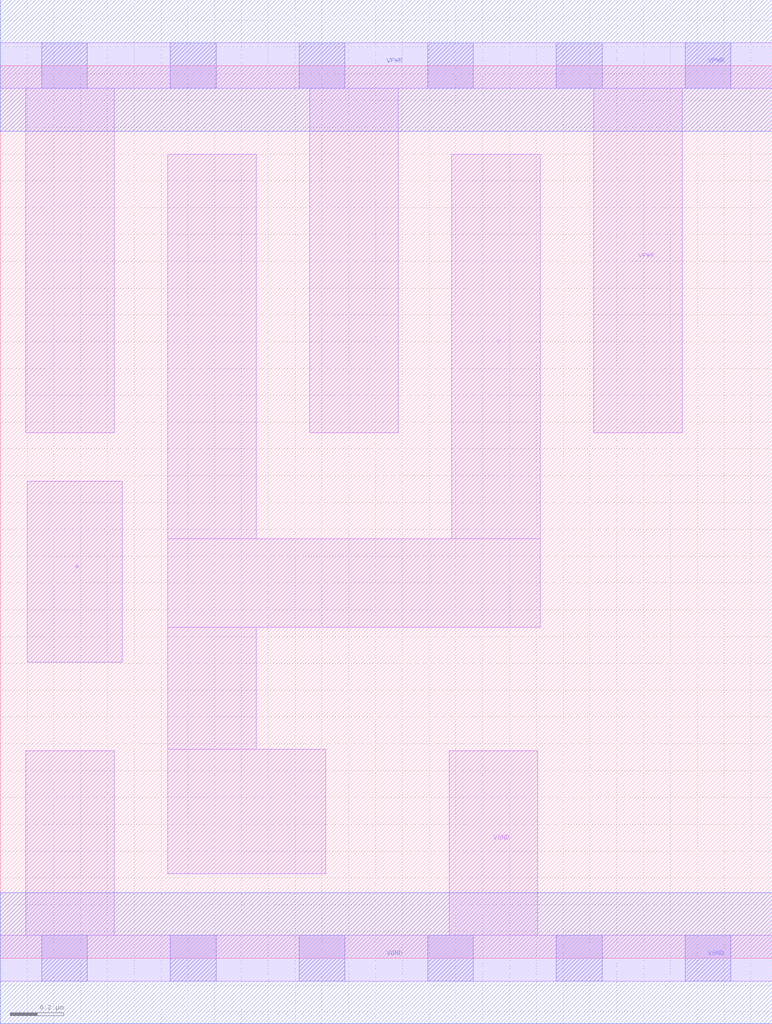
<source format=lef>
# Copyright 2020 The SkyWater PDK Authors
#
# Licensed under the Apache License, Version 2.0 (the "License");
# you may not use this file except in compliance with the License.
# You may obtain a copy of the License at
#
#     https://www.apache.org/licenses/LICENSE-2.0
#
# Unless required by applicable law or agreed to in writing, software
# distributed under the License is distributed on an "AS IS" BASIS,
# WITHOUT WARRANTIES OR CONDITIONS OF ANY KIND, either express or implied.
# See the License for the specific language governing permissions and
# limitations under the License.
#
# SPDX-License-Identifier: Apache-2.0

VERSION 5.7 ;
  NAMESCASESENSITIVE ON ;
  NOWIREEXTENSIONATPIN ON ;
  DIVIDERCHAR "/" ;
  BUSBITCHARS "[]" ;
UNITS
  DATABASE MICRONS 200 ;
END UNITS
MACRO sky130_fd_sc_lp__clkinvlp_4
  CLASS CORE ;
  SOURCE USER ;
  FOREIGN sky130_fd_sc_lp__clkinvlp_4 ;
  ORIGIN  0.000000  0.000000 ;
  SIZE  2.880000 BY  3.330000 ;
  SYMMETRY X Y R90 ;
  SITE unit ;
  PIN A
    ANTENNAGATEAREA  1.330000 ;
    DIRECTION INPUT ;
    USE SIGNAL ;
    PORT
      LAYER li1 ;
        RECT 0.100000 1.105000 0.455000 1.780000 ;
    END
  END A
  PIN Y
    ANTENNADIFFAREA  0.714000 ;
    DIRECTION OUTPUT ;
    USE SIGNAL ;
    PORT
      LAYER li1 ;
        RECT 0.625000 0.315000 1.215000 0.780000 ;
        RECT 0.625000 0.780000 0.955000 1.235000 ;
        RECT 0.625000 1.235000 2.015000 1.565000 ;
        RECT 0.625000 1.565000 0.955000 3.000000 ;
        RECT 1.685000 1.565000 2.015000 3.000000 ;
    END
  END Y
  PIN VGND
    DIRECTION INOUT ;
    USE GROUND ;
    PORT
      LAYER li1 ;
        RECT 0.000000 -0.085000 2.880000 0.085000 ;
        RECT 0.095000  0.085000 0.425000 0.775000 ;
        RECT 1.675000  0.085000 2.005000 0.775000 ;
      LAYER mcon ;
        RECT 0.155000 -0.085000 0.325000 0.085000 ;
        RECT 0.635000 -0.085000 0.805000 0.085000 ;
        RECT 1.115000 -0.085000 1.285000 0.085000 ;
        RECT 1.595000 -0.085000 1.765000 0.085000 ;
        RECT 2.075000 -0.085000 2.245000 0.085000 ;
        RECT 2.555000 -0.085000 2.725000 0.085000 ;
      LAYER met1 ;
        RECT 0.000000 -0.245000 2.880000 0.245000 ;
    END
  END VGND
  PIN VPWR
    DIRECTION INOUT ;
    USE POWER ;
    PORT
      LAYER li1 ;
        RECT 0.000000 3.245000 2.880000 3.415000 ;
        RECT 0.095000 1.960000 0.425000 3.245000 ;
        RECT 1.155000 1.960000 1.485000 3.245000 ;
        RECT 2.215000 1.960000 2.545000 3.245000 ;
      LAYER mcon ;
        RECT 0.155000 3.245000 0.325000 3.415000 ;
        RECT 0.635000 3.245000 0.805000 3.415000 ;
        RECT 1.115000 3.245000 1.285000 3.415000 ;
        RECT 1.595000 3.245000 1.765000 3.415000 ;
        RECT 2.075000 3.245000 2.245000 3.415000 ;
        RECT 2.555000 3.245000 2.725000 3.415000 ;
      LAYER met1 ;
        RECT 0.000000 3.085000 2.880000 3.575000 ;
    END
  END VPWR
END sky130_fd_sc_lp__clkinvlp_4

</source>
